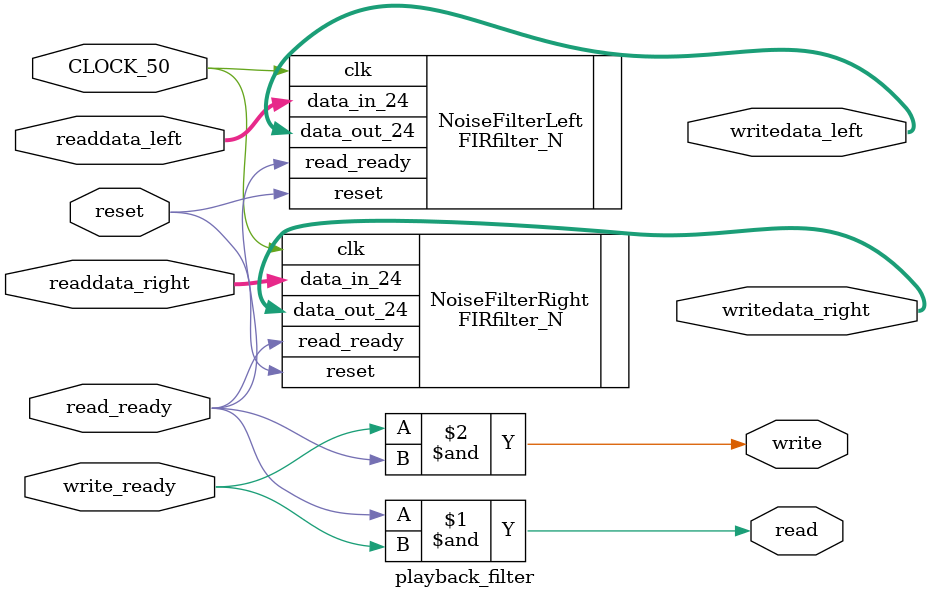
<source format=sv>
module playback_filter (writedata_left, writedata_right, read, write,
								read_ready, write_ready, readdata_left, readdata_right, 
								reset, CLOCK_50);
	
	output logic [23:0] writedata_left, writedata_right;
	output logic write, read;
	
	input logic [23:0] readdata_left, readdata_right;
	input logic read_ready, write_ready;
	input logic reset, CLOCK_50;
	
	FIRfilter_N NoiseFilterLeft (.data_out_24(writedata_left), .data_in_24(readdata_left), .read_ready, .reset, .clk(CLOCK_50));
	FIRfilter_N NoiseFilterRight (.data_out_24(writedata_right), .data_in_24(readdata_right), .read_ready, .reset, .clk(CLOCK_50));
	
	assign read = read_ready & write_ready;
	
	// ??? 
	assign write = write_ready & read_ready;
	
	/* ???
	always_ff @(posedge clk) begin
		write <= (DVL && DVR);
	end
	*/
	
endmodule

	
</source>
